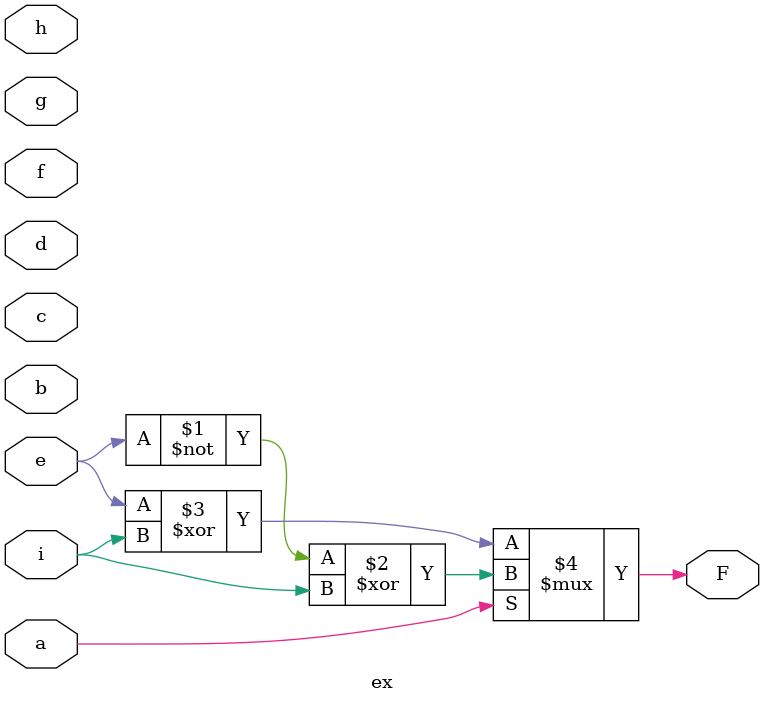
<source format=v>

module ex ( 
    a, b, c, d, e, f, g, h, i,
    F  );
  input  a, b, c, d, e, f, g, h, i;
  output F;
  assign F = a ? (~e ^ i) : (e ^ i);
endmodule



</source>
